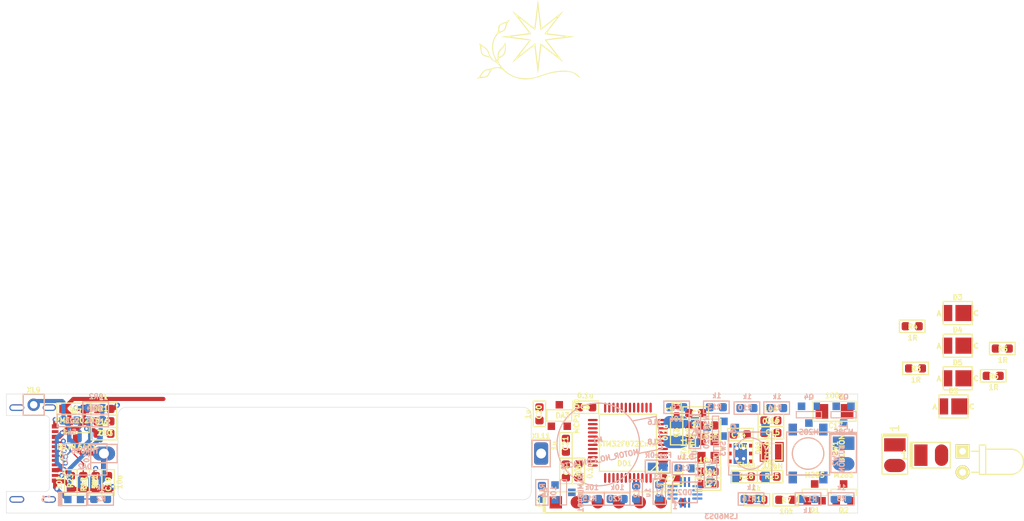
<source format=kicad_pcb>
(kicad_pcb (version 20221018) (generator pcbnew)
  (layers (0 "F.Cu" signal) (1 "In1.Cu" signal) (2 "In2.Cu" signal) (31 "B.Cu" signal) (36 "B.SilkS" user "B.Silkscreen") (37 "F.SilkS" user "F.Silkscreen") (38 "B.Mask" user) (39 "F.Mask" user) (44 "Edge.Cuts" user))
  (net 0 "")
  (net 1 "Net-(DD1-OSCIN)")
  (net 2 "GND")
  (net 3 "Net-(DD1-VDDA)")
  (net 4 "+PwrMCU")
  (net 5 "Net-(C8-Pad1)")
  (net 6 "+PwrCtrled")
  (net 7 "/ACC_PWR")
  (net 8 "/ADC_BAT")
  (net 9 "Net-(C13-Pad1)")
  (net 10 "+PwrUnst")
  (net 11 "/+5V_MID")
  (net 12 "+BATT")
  (net 13 "Net-(D1-PadA)")
  (net 14 "Net-(D1-PadC)")
  (net 15 "Net-(D2-PadC)")
  (net 16 "Net-(D3-PadC)")
  (net 17 "Net-(D4-PadC)")
  (net 18 "Net-(D5-PadC)")
  (net 19 "Net-(D6-PadA)")
  (net 20 "/VIBRO_OUT")
  (net 21 "+5vUSB")
  (net 22 "Net-(DA1-Vfb)")
  (net 23 "Net-(DA1-SW)")
  (net 24 "/LED_PWR_EN")
  (net 25 "Net-(DA2-PROG)")
  (net 27 "/IS_CHARGING")
  (net 28 "/BTN3")
  (net 30 "Net-(DD1-OSCOUT)")
  (net 31 "/MCU_RST")
  (net 32 "/BTN1")
  (net 33 "/BTN2")
  (net 35 "/IR_LED_DAC")
  (net 36 "/GREEN_IN")
  (net 37 "/ACC_MISO")
  (net 38 "/ACC_MOSI")
  (net 39 "/WHITE_IN")
  (net 40 "/VIBRO_CTRL")
  (net 45 "/ACC_INT1")
  (net 46 "/BAT_MEAS_EN")
  (net 47 "/UART_TX")
  (net 48 "/UART_RX")
  (net 49 "/USB_D-")
  (net 50 "/USB_D+")
  (net 51 "/SWDIO")
  (net 52 "/SWCLK")
  (net 53 "/ACC_CS")
  (net 54 "/ACC_SCK")
  (net 55 "/SYS_LED")
  (net 56 "Net-(DD1-PB5)")
  (net 64 "Net-(Q1-B)")
  (net 65 "/IR_INTERM")
  (net 66 "/IR_TX_OUT")
  (net 67 "Net-(Q3-B)")
  (net 68 "/GREEN_OUT")
  (net 69 "Net-(Q4-B)")
  (net 70 "/WHITE_OUT")
  (net 71 "Net-(Q5-D)")
  (net 72 "Net-(Q6-B)")
  (net 73 "Net-(R3-Pad2)")
  (net 74 "Net-(R5-Pad2)")
  (net 75 "/USB_CC1_IN")
  (net 76 "/USB_CC2_IN")
  (footprint "Capacitors:CAP_0603_Silks" (layer "F.Cu") (at 171.7 101.2 -90)
    (fp_text reference "C21")
    (fp_text value "1u")
  )
  (footprint "Capacitors:CAP_0603_Silks" (layer "F.Cu") (at 173.2 104.3 90)
    (fp_text reference "C6")
    (fp_text value "0.1u")
  )
  (footprint "Capacitors:CAP_0603_Silks" (layer "F.Cu") (at 196.5 98.2 180)
    (fp_text reference "C16")
    (fp_text value "10u")
  )
  (footprint "LEDs:LED_PLCC2835" (layer "F.Cu") (at 218.6 96.5)
    (fp_text reference "D2")
    (fp_text value "2835" hide)
  )
  (footprint "QFN_DFN:DFN6_3x3" (layer "F.Cu") (at 192.8 102.2 180)
    (fp_text reference "DA1")
    (fp_text value "ST1S06")
  )
  (footprint "Resistors:RES_0603_Silks" (layer "F.Cu") (at 115.8 98.3)
    (fp_text reference "R19")
    (fp_text value "2R0")
  )
  (footprint "Capacitors:CAP_0603_Silks" (layer "F.Cu") (at 192.8 99.9)
    (fp_text reference "C14")
    (fp_text value "10u")
  )
  (footprint "Resistors:RES_0603_Silks" (layer "F.Cu") (at 111.8 105.7 -90)
    (fp_text reference "R23")
    (fp_text value "10k")
  )
  (footprint "Diodes:SOD323" (layer "F.Cu") (at 112.2 96.8)
    (fp_text reference "D8")
    (fp_text value "PMEG2020")
  )
  (footprint "Resistors:RES_0603_Silks" (layer "F.Cu") (at 188.9 105.9 180)
    (fp_text reference "R27")
    (fp_text value "100k")
  )
  (footprint "Inductors:IND_SRN2512" (layer "F.Cu") (at 196.6 102)
    (fp_text reference "L2")
    (fp_text value "2.2uH")
  )
  (footprint "Resistors:RES_0603_Silks" (layer "F.Cu") (at 223.4 92.8)
    (fp_text reference "R6")
    (fp_text value "1R")
  )
  (footprint "Pictures:Ostranna_12d7_10d1" (layer "F.Cu") (at 167.128897 52.115602)
    (fp_text reference "Logo1" hide)
    (fp_text value "Logo" hide)
  )
  (footprint "Connectors:PLS-1Rnd" (layer "F.Cu") (at 107.3 96.3)
    (fp_text reference "XL9")
    (fp_text value "CONN_1" hide)
  )
  (footprint "Connectors:PLS-1Rect" (layer "F.Cu") (at 168.7 102.2)
    (fp_text reference "XL11")
    (fp_text value "CONN_1" hide)
  )
  (footprint "SOT:SOT23-3" (layer "F.Cu") (at 112.5 99.3)
    (fp_text reference "Q7")
    (fp_text value "IRLML6401")
  )
  (footprint "Resistors:RES_0603_Silks" (layer "F.Cu") (at 193.3 105 180)
    (fp_text reference "R28")
    (fp_text value "5k6")
  )
  (footprint "Capacitors:CAP_0603_Silks" (layer "F.Cu") (at 196.5 99.7 180)
    (fp_text reference "C15")
    (fp_text value "0.1u")
  )
  (footprint "Capacitors:CAP_0603_Silks" (layer "F.Cu") (at 188.9 104.4 180)
    (fp_text reference "C1")
    (fp_text value "18pF")
  )
  (footprint "Resistors:RES_0603_Silks" (layer "F.Cu") (at 224.5 89.5)
    (fp_text reference "R5")
    (fp_text value "1R")
  )
  (footprint "Quartz:03225C4" (layer "F.Cu") (at 188.9 101.6 90)
    (fp_text reference "XTAL1")
    (fp_text value "12MHz")
  )
  (footprint "Resistors:RES_0603_Silks" (layer "F.Cu") (at 194.8 107.8 180)
    (fp_text reference "R18")
    (fp_text value "1k")
  )
  (footprint "Capacitors:CAP_0603_Silks" (layer "F.Cu") (at 174.1 96.6 180)
    (fp_text reference "C5")
    (fp_text value "0.1u")
  )
  (footprint "SOT:SOT23-3A" (layer "F.Cu") (at 170.9 97.6 180)
    (fp_text reference "DA3")
    (fp_text value "MCP1700")
  )
  (footprint "Capacitors:CAP_0603_Silks" (layer "F.Cu") (at 116.3 105.7 90)
    (fp_text reference "C19")
    (fp_text value "10u")
  )
  (footprint "Resistors:RES_0603_Silks" (layer "F.Cu") (at 214 91.9)
    (fp_text reference "R3")
    (fp_text value "1R")
  )
  (footprint "Resistors:RES_0603_Silks" (layer "F.Cu") (at 198.3 107.8)
    (fp_text reference "R7")
    (fp_text value "10k")
  )
  (footprint "LEDs:LED_Through-Hole-3mm-Angle" (layer "F.Cu") (at 219.6986 103.2 -90)
    (fp_text reference "D1" hide)
    (fp_text value "TSAL6200" hide)
  )
  (footprint "Resistors:RES_0603_Silks" (layer "F.Cu") (at 115.8 96.8 180)
    (fp_text reference "R1")
    (fp_text value "1k")
  )
  (footprint "Connectors:SLD_2_2D5_SMD" (layer "F.Cu") (at 205.3 102.2 -90)
    (fp_text reference "XL2" hide)
    (fp_text value "SOCKET_2" hide)
  )
  (footprint "Connectors:USBC_16PF-076" (layer "F.Cu") (at 109.2 102.2 -90)
    (fp_text reference "XL7")
    (fp_text value "16PF-076" hide)
  )
  (footprint "Resistors:RES_0603_Silks" (layer "F.Cu") (at 114.8 105.7 -90)
    (fp_text reference "R21")
    (fp_text value "5k1")
  )
  (footprint "Connectors:PLS-6-NoHole" (layer "F.Cu") (at 170.477 108.1)
    (fp_text reference "XL1" hide)
    (fp_text value "SOCKET_6" hide)
  )
  (footprint "LEDs:LED_PLCC2835" (layer "F.Cu") (at 219.1 89.15)
    (fp_text reference "D4")
    (fp_text value "2835" hide)
  )
  (footprint "Capacitors:CAP_0603_Silks" (layer "F.Cu") (at 185.1 99.6 -90)
    (fp_text reference "C3")
    (fp_text value "0.1u")
  )
  (footprint "Resistors:RES_0603_Silks" (layer "F.Cu") (at 113.3 105.7 90)
    (fp_text reference "R12")
    (fp_text value "5k1")
  )
  (footprint "Capacitors:CAP_0603_Silks" (layer "F.Cu") (at 184.3 105.2)
    (fp_text reference "C7")
    (fp_text value "0.1u")
  )
  (footprint "PCB:TESTPOINT_1MM" (layer "F.Cu") (at 185.8 108.1)
    (fp_text reference "TP1" hide)
    (fp_text value "TESTPOINT" hide)
  )
  (footprint "SOT:SOT23-3" (layer "F.Cu") (at 201.8 106.9 180)
    (fp_text reference "Q1")
    (fp_text value "M28S")
  )
  (footprint "LEDs:LED_PLCC2835" (layer "F.Cu") (at 219.1 85.2)
    (fp_text reference "D3")
    (fp_text value "2835" hide)
  )
  (footprint "Connectors:SLD_2_2D5_SMD" (layer "F.Cu") (at 215.9 102.4)
    (fp_text reference "XL5" hide)
    (fp_text value "SOCKET_2" hide)
  )
  (footprint "Capacitors:CAP_0603_Silks" (layer "F.Cu") (at 171.7 104.3 90)
    (fp_text reference "C4")
    (fp_text value "10u")
  )
  (footprint "Connectors:SLD_2_2D5_SMD" (layer "F.Cu") (at 211.5 102.4 -90)
    (fp_text reference "XL3" hide)
    (fp_text value "SOCKET_2" hide)
  )
  (footprint "BtnsSwitches:BTN_4x4_SMD" (layer "F.Cu") (at 201 102.2 90)
    (fp_text reference "SW1")
    (fp_text value "BUTTON")
  )
  (footprint "SOT:SOT23-3" (layer "F.Cu") (at 205.3 106.9 180)
    (fp_text reference "Q2")
    (fp_text value "M28S")
  )
  (footprint "Inductors:IND_0402_Fab" (layer "F.Cu") (at 185.1 97 90)
    (fp_text reference "L1")
    (fp_text value "BLM15AG102")
  )
  (footprint "Capacitors:CAP_0603_Silks" (layer "F.Cu") (at 187.4 97.3)
    (fp_text reference "C2")
    (fp_text value "1u")
  )
  (footprint "Resistors:RES_0603_Silks" (layer "F.Cu") (at 213.6 86.8)
    (fp_text reference "R4")
    (fp_text value "1R")
  )
  (footprint "Resistors:RES_0603_Silks" (layer "F.Cu") (at 186.6 99.6 -90)
    (fp_text reference "R9")
    (fp_text value "1k")
  )
  (footprint "Capacitors:CAP_0603_Silks" (layer "F.Cu") (at 168.5 97.4 -90)
    (fp_text reference "C20")
    (fp_text value "1u")
  )
  (footprint "Capacitors:CAP_1206" (layer "F.Cu") (at 204.2 97.1 180)
    (fp_text reference "C17")
    (fp_text value "100u")
  )
  (footprint "LQFP_TQFP:LQFP48" (layer "F.Cu") (at 179.2 100.9 180)
    (fp_text reference "DD1")
    (fp_text value "STM32F072CxTx")
  )
  (footprint "Capacitors:CAP_0603_Silks" (layer "F.Cu") (at 115.8 99.8 180)
    (fp_text reference "C13")
    (fp_text value "2u2")
  )
  (footprint "Capacitors:CAP_0603_Silks" (layer "F.Cu") (at 188.9 98.8)
    (fp_text reference "C8")
    (fp_text value "18pF")
  )
  (footprint "LEDs:LED_PLCC2835" (layer "F.Cu") (at 219.1 93.1)
    (fp_text reference "D5")
    (fp_text value "2835" hide)
  )
  (footprint "Resistors:RES_0603_Silks" (layer "F.Cu") (at 196.4 105 180)
    (fp_text reference "R25")
    (fp_text value "18k")
  )
  (footprint "Capacitors:CAP_0603_Silks" (layer "B.Cu") (at 189.2 104.8 90)
    (fp_text reference "C10")
    (fp_text value "0.1u")
  )
  (footprint "Diodes:SOD323" (layer "B.Cu") (at 187.3 99.6 -90)
    (fp_text reference "D7")
    (fp_text value "NSR0320")
  )
  (footprint "Connectors:PLS-1Oval" (layer "B.Cu") (at 115.8 102.2 -90)
    (fp_text reference "XL10")
    (fp_text value "CONN_1" hide)
  )
  (footprint "Resistors:RES_0603_Silks" (layer "B.Cu") (at 205 107.7)
    (fp_text reference "R8")
    (fp_text value "1k")
  )
  (footprint "Connectors:SLD_2_2D5_SMD" (layer "B.Cu") (at 205.3 102.2 -90)
    (fp_text reference "XL4" hide)
    (fp_text value "SOCKET_2" hide)
  )
  (footprint "LGA:14_3x2d5_p0d5" (layer "B.Cu") (at 186.1 106.9)
    (fp_text reference "DD2")
    (fp_text value "LSM6DS3")
  )
  (footprint "Resistors:RES_0603_Silks" (layer "B.Cu") (at 194.1 107.7)
    (fp_text reference "R16")
    (fp_text value "1k")
  )
  (footprint "Resistors:RES_0603_Silks" (layer "B.Cu") (at 201 107.7 180)
    (fp_text reference "R17")
    (fp_text value "1k")
  )
  (footprint "PCB:Oval3x1.5" (layer "B.Cu") (at 185 100.8 180)
    (fp_text reference "XL8")
    (fp_text value "CONN_1" hide)
  )
  (footprint "Capacitors:CAP_0603_Silks" (layer "B.Cu") (at 180.2 106.9 -90)
    (fp_text reference "C12")
    (fp_text value "1u")
  )
  (footprint "Resistors:RES_0603_Silks" (layer "B.Cu") (at 114.8 96.7)
    (fp_text reference "R24")
    (fp_text value "0R2")
  )
  (footprint "SOT:SOT23-3" (layer "B.Cu") (at 189.8 99.2 90)
    (fp_text reference "Q6")
    (fp_text value "M28S")
  )
  (footprint "SO_DIL_TSSOP:SO8_150MIL" (layer "B.Cu") (at 113.5 102.9)
    (fp_text reference "DA2")
    (fp_text value "TP4056")
  )
  (footprint "Resistors:RES_0603_Silks" (layer "B.Cu") (at 174.8 107.7)
    (fp_text reference "R15")
    (fp_text value "10k")
  )
  (footprint "Resistors:RES_0603_Silks" (layer "B.Cu") (at 193.6 96.7)
    (fp_text reference "R10")
    (fp_text value "1k")
  )
  (footprint "BtnsSwitches:BTN_4x4_SMD" (layer "B.Cu") (at 194 102.2 90)
    (fp_text reference "SW3")
    (fp_text value "BUTTON")
  )
  (footprint "Resistors:RES_0603_FUSE" (layer "B.Cu") (at 182.8 103.8)
    (fp_text reference "F1")
    (fp_text value "Fuse0R")
  )
  (footprint "BtnsSwitches:BTN_4x4_SMD" (layer "B.Cu") (at 201 102.2 -90)
    (fp_text reference "SW2")
    (fp_text value "BUTTON")
  )
  (footprint "Resistors:RES_0603_Silks" (layer "B.Cu") (at 177.9 107.7)
    (fp_text reference "R20")
    (fp_text value "10k")
  )
  (footprint "Capacitors:CAP_0603_Silks" (layer "B.Cu") (at 186.1 104)
    (fp_text reference "C11")
    (fp_text value "0.1u")
  )
  (footprint "Resistors:RES_0603_Silks" (layer "B.Cu") (at 183 106.8 -90)
    (fp_text reference "R22")
    (fp_text value "10k")
  )
  (footprint "Resistors:RES_0603_Silks" (layer "B.Cu") (at 189.9 96.6)
    (fp_text reference "R13")
    (fp_text value "1k")
  )
  (footprint "LEDs:LED_0603" (layer "B.Cu") (at 112.2 107.7 180)
    (fp_text reference "D6")
    (fp_text value "LED" hide)
  )
  (footprint "Capacitors:CAP_0603_Silks" (layer "B.Cu") (at 114.8 98.2)
    (fp_text reference "C18")
    (fp_text value "10u")
  )
  (footprint "Resistors:RES_0603_Silks" (layer "B.Cu") (at 115.4 107.7)
    (fp_text reference "R2")
    (fp_text value "1k")
  )
  (footprint "PCB:Oval3x1.5" (layer "B.Cu") (at 185 98.4 180)
    (fp_text reference "XL6")
    (fp_text value "CONN_1" hide)
  )
  (footprint "Resistors:RES_0603_Silks" (layer "B.Cu") (at 111.7 98.2 180)
    (fp_text reference "R26")
    (fp_text value "5k1")
  )
  (footprint "SOT:SOT23-3" (layer "B.Cu") (at 201.1 97.5 180)
    (fp_text reference "Q4")
    (fp_text value "M28S")
  )
  (footprint "SOT:SOT23-3" (layer "B.Cu") (at 171.4 106.9 -90)
    (fp_text reference "Q5")
    (fp_text value "IRLML6401")
  )
  (footprint "Resistors:RES_0603_Silks" (layer "B.Cu") (at 168.8 106.9 -90)
    (fp_text reference "R14")
    (fp_text value "10k")
  )
  (footprint "Capacitors:CAP_0603_Silks" (layer "B.Cu") (at 185.1 96.6 180)
    (fp_text reference "C9")
    (fp_text value "10u")
  )
  (footprint "SOT:SOT23-3" (layer "B.Cu") (at 205.3 97.5 180)
    (fp_text reference "Q3")
    (fp_text value "M28S")
  )
  (footprint "Resistors:RES_0603_Silks" (layer "B.Cu") (at 197.2 96.7)
    (fp_text reference "R11")
    (fp_text value "1k")
  )
  (footprint "Installation:Motor_no_Contacts10mm" (layer "B.Cu") (at 175.618959 101.1 11)
    (fp_text reference "M1")
    (fp_text value "MOTOR_NO_CONTACTS")
  )
  (gr_line (start 108.7 106.8) (end 104 106.8) (stroke (width 0.05)) (layer "Edge.Cuts"))
  (gr_line (start 207 95) (end 207 109.4) (stroke (width 0.05)) (layer "Edge.Cuts"))
  (gr_line (start 166.5 96.6) (end 118.5 96.6) (stroke (width 0.05)) (layer "Edge.Cuts"))
  (gr_arc (start 118.5 107.8) (mid 117.792893 107.507107) (end 117.5 106.8) (stroke (width 0.05)) (layer "Edge.Cuts"))
  (gr_arc (start 166.5 96.6) (mid 167.207107 96.892893) (end 167.5 97.6) (stroke (width 0.05)) (layer "Edge.Cuts"))
  (gr_line (start 207 109.4) (end 104 109.4) (stroke (width 0.05)) (layer "Edge.Cuts"))
  (gr_line (start 108.7 97.6) (end 104 97.6) (stroke (width 0.05)) (layer "Edge.Cuts"))
  (gr_line (start 104 97.6) (end 104 95) (stroke (width 0.05)) (layer "Edge.Cuts"))
  (gr_line (start 104 109.4) (end 104 106.8) (stroke (width 0.05)) (layer "Edge.Cuts"))
  (gr_line (start 117.5 97.6) (end 117.5 106.8) (stroke (width 0.05)) (layer "Edge.Cuts"))
  (gr_line (start 104 95) (end 207 95) (stroke (width 0.05)) (layer "Edge.Cuts"))
  (gr_arc (start 167.5 106.8) (mid 167.207107 107.507107) (end 166.5 107.8) (stroke (width 0.05)) (layer "Edge.Cuts"))
  (gr_line (start 167.5 106.8) (end 167.5 97.6) (stroke (width 0.05)) (layer "Edge.Cuts"))
  (gr_line (start 118.5 107.8) (end 166.5 107.8) (stroke (width 0.05)) (layer "Edge.Cuts"))
  (gr_arc (start 108.7 97.6) (mid 109.053553 97.746447) (end 109.2 98.1) (stroke (width 0.05)) (layer "Edge.Cuts"))
  (gr_arc (start 117.5 97.6) (mid 117.792893 96.892893) (end 118.5 96.6) (stroke (width 0.05)) (layer "Edge.Cuts"))
  (gr_line (start 109.2 106.3) (end 109.2 98.1) (stroke (width 0.05)) (layer "Edge.Cuts"))
  (gr_arc (start 109.2 106.3) (mid 109.053553 106.653553) (end 108.7 106.8) (stroke (width 0.05)) (layer "Edge.Cuts"))
  (segment (start 114.3412 99.1412) (end 113.7 99.1412) (width 0.5) (layer "F.Cu") (net 2))
  (segment (start 116.5 106.5) (end 112 106.5) (width 0.5) (layer "F.Cu") (net 2))
  (segment (start 109.9 105.48) (end 109.987533 105.567533) (width 0.5) (layer "F.Cu") (net 2))
  (segment (start 116.9 106.4) (end 116.8505 106.3505) (width 0.5) (layer "F.Cu") (net 2))
  (segment (start 116.5 106.5) (end 116.8 106.5) (width 0.5) (layer "F.Cu") (net 2))
  (segment (start 109.9 98.1) (end 109.9 98.8) (width 0.5) (layer "F.Cu") (net 2))
  (segment (start 113.7 99.190702) (end 113.7 99.1412) (width 0.5) (layer "F.Cu") (net 2))
  (segment (start 111.065972 105.567533) (end 111.14922 105.650781) (width 0.5) (layer "F.Cu") (net 2))
  (segment (start 109.9 105.48) (end 109.9 106.3) (width 0.5) (layer "F.Cu") (net 2))
  (segment (start 109.987533 105.567533) (end 111.065972 105.567533) (width 0.5) (layer "F.Cu") (net 2))
  (segment (start 109.9 98.8) (end 110 98.9) (width 0.5) (layer "F.Cu") (net 2))
  (segment (start 116.8 106.5) (end 116.9 106.4) (width 0.5) (layer "F.Cu") (net 2))
  (segment (start 109.9 106.3) (end 110.1 106.5) (width 0.5) (layer "F.Cu") (net 2))
  (segment (start 115 99.8) (end 114.3412 99.1412) (width 0.5) (layer "F.Cu") (net 2))
  (segment (start 112 106.5) (end 111.1 105.6) (width 0.5) (layer "F.Cu") (net 2))
  (segment (start 116.8505 106.3505) (end 116.8505 106.2) (width 0.5) (layer "F.Cu") (net 2))
  (via (at 109.9 98.1) (size 0.6) (drill 0.3) (layers "F.Cu" "B.Cu") (net 2))
  (via (at 113.7 99.190702) (size 0.6) (drill 0.3) (layers "F.Cu" "B.Cu") (net 2))
  (via (at 116.8505 106.2) (size 0.6) (drill 0.3) (layers "F.Cu" "B.Cu") (net 2))
  (via (at 110.1 106.5) (size 0.6) (drill 0.3) (layers "F.Cu" "B.Cu") (net 2))
  (segment (start 114.135 98.435) (end 114 98.3) (width 0.5) (layer "B.Cu") (net 2))
  (segment (start 111.595 100.395) (end 112.45657 101.25657) (width 0.5) (layer "B.Cu") (net 2))
  (segment (start 110.8 98.1) (end 109.9 98.1) (width 0.5) (layer "B.Cu") (net 2))
  (segment (start 111.595 100.106) (end 111.595 100.395) (width 0.5) (layer "B.Cu") (net 2))
  (segment (start 113.8 99.090702) (end 113.7 99.190702) (width 0.5) (layer "B.Cu") (net 2))
  (segment (start 114.135 100.106) (end 114.135 99) (width 0.5) (layer "B.Cu") (net 2))
  (segment (start 110.9 98.2) (end 110.8 98.1) (width 0.5) (layer "B.Cu") (net 2))
  (segment (start 107.75 95.85) (end 107.4 96.2) (width 0.5) (layer "B.Cu") (net 2))
  (segment (start 114.135 99) (end 114.135 98.435) (width 0.5) (layer "B.Cu") (net 2))
  (segment (start 110.75 95.85) (end 107.75 95.85) (width 0.5) (layer "B.Cu") (net 2))
  (segment (start 111.438 107.7) (end 111.3 107.7) (width 0.5) (layer "B.Cu") (net 2))
  (segment (start 111.595 100.106) (end 111.595 98.895) (width 0.5) (layer "B.Cu") (net 2))
  (segment (start 110.9 98.2) (end 110.9 96) (width 0.5) (layer "B.Cu") (net 2))
  (segment (start 111.595 98.895) (end 110.9 98.2) (width 0.5) (layer "B.Cu") (net 2))
  (segment (start 114.135 99) (end 113.8 99) (width 0.5) (layer "B.Cu") (net 2))
  (segment (start 113.8 99) (end 113.8 99.090702) (width 0.5) (layer "B.Cu") (net 2))
  (segment (start 110.9 96) (end 110.75 95.85) (width 0.5) (layer "B.Cu") (net 2))
  (segment (start 112.45657 101.25657) (end 113.44343 101.25657) (width 0.5) (layer "B.Cu") (net 2))
  (segment (start 113.44343 101.25657) (end 114.1 100.6) (width 0.5) (layer "B.Cu") (net 2))
  (segment (start 111.3 107.7) (end 110.1 106.5) (width 0.5) (layer "B.Cu") (net 2))
  (segment (start 112.09952 95.6) (end 123 95.6) (width 0.5) (layer "F.Cu") (net 10))
  (segment (start 110.89952 96.8) (end 112.09952 95.6) (width 0.5) (layer "F.Cu") (net 10))
  (segment (start 111.611 97.411) (end 111.1 96.9) (width 0.5) (layer "F.Cu") (net 10))
  (segment (start 111.611 98.284) (end 111.611 97.411) (width 0.5) (layer "F.Cu") (net 10))
  (segment (start 111.595 105.694) (end 111.5995 105.6895) (width 0.5) (layer "B.Cu") (net 11))
  (segment (start 111.5995 104.454556) (end 111.634688 104.419368) (width 0.5) (layer "B.Cu") (net 11))
  (segment (start 111.634688 104.065312) (end 115.3 100.4) (width 0.5) (layer "B.Cu") (net 11))
  (segment (start 111.5995 105.6895) (end 111.5995 104.454556) (width 0.5) (layer "B.Cu") (net 11))
  (segment (start 115.405 100.106) (end 115.405 98.395) (width 0.5) (layer "B.Cu") (net 11))
  (segment (start 111.634688 104.419368) (end 111.634688 104.065312) (width 0.5) (layer "B.Cu") (net 11))
  (segment (start 115.6 98.2) (end 115.6 96.7) (width 0.5) (layer "B.Cu") (net 11))
  (segment (start 115.405 98.395) (end 115.6 98.2) (width 0.5) (layer "B.Cu") (net 11))
  (segment (start 115.8 102.2) (end 113.128954 102.2) (width 0.5) (layer "F.Cu") (net 12))
  (segment (start 115.7 104.9) (end 115.7 102.3) (width 0.5) (layer "F.Cu") (net 12))
  (segment (start 112.5 101.571046) (end 112.5 100.4) (width 0.5) (layer "F.Cu") (net 12))
  (segment (start 115.7 102.3) (end 115.8 102.2) (width 0.5) (layer "F.Cu") (net 12))
  (segment (start 113.128954 102.2) (end 112.5 101.571046) (width 0.5) (layer "F.Cu") (net 12))
  (segment (start 115.405 105.694) (end 115.8 105.299) (width 0.5) (layer "B.Cu") (net 12))
  (segment (start 115.8 105.299) (end 115.8 102.1) (width 0.5) (layer "B.Cu") (net 12))
  (segment (start 112.962 107.7) (end 114.6 107.7) (width 0.15) (layer "B.Cu") (net 19))
  (segment (start 111.8 104.9) (end 111.029625 104.129625) (width 0.5) (layer "F.Cu") (net 21))
  (segment (start 113.389 98.284) (end 113.389 96.911) (width 0.5) (layer "F.Cu") (net 21))
  (segment (start 112.6 99.2) (end 113.4 98.4) (width 0.5) (layer "F.Cu") (net 21))
  (segment (start 111.029625 104.129625) (end 110.935188 104.129625) (width 0.5) (layer "F.Cu") (net 21))
  (segment (start 110.7 104.15) (end 110.712215 104.137785) (width 0.5) (layer "F.Cu") (net 21))
  (segment (start 112.5 96.8) (end 112.4 96.7) (width 0.5) (layer "F.Cu") (net 21))
  (segment (start 115 96.8) (end 115 96.7) (width 0.15) (layer "F.Cu") (net 21))
  (segment (start 109.9 104.21) (end 110.200757 104.21) (width 0.5) (layer "F.Cu") (net 21))
  (segment (start 111.402255 99.2) (end 112.6 99.2) (width 0.5) (layer "F.Cu") (net 21))
  (segment (start 110.927028 104.137785) (end 110.935188 104.129625) (width 0.5) (layer "F.Cu") (net 21))
  (segment (start 110.8 99.7) (end 111.2 99.3) (width 0.5) (layer "F.Cu") (net 21))
  (segment (start 110.260757 104.15) (end 110.7 104.15) (width 0.5) (layer "F.Cu") (net 21))
  (segment (start 113.389 96.911) (end 113.4 96.9) (width 0.5) (layer "F.Cu") (net 21))
  (segment (start 109.9 100.19) (end 110.412255 100.19) (width 0.5) (layer "F.Cu") (net 21))
  (segment (start 110.712215 104.137785) (end 110.927028 104.137785) (width 0.5) (layer "F.Cu") (net 21))
  (segment (start 110.412255 100.19) (end 111.402255 99.2) (width 0.5) (layer "F.Cu") (net 21))
  (segment (start 110.749502 99.7) (end 110.8 99.7) (width 0.5) (layer "F.Cu") (net 21))
  (segment (start 113.50048 96.8) (end 112.5 96.8) (width 0.5) (layer "F.Cu") (net 21))
  (segment (start 113.50048 96.8) (end 114.525 96.8) (width 0.5) (layer "F.Cu") (net 21))
  (segment (start 110.200757 104.21) (end 110.260757 104.15) (width 0.5) (layer "F.Cu") (net 21))
  (via (at 112.4 96.7) (size 0.6) (drill 0.3) (layers "F.Cu" "B.Cu") (net 21))
  (via (at 110.935188 104.129625) (size 0.6) (drill 0.3) (layers "F.Cu" "B.Cu") (net 21))
  (via (at 110.749502 99.7) (size 0.6) (drill 0.3) (layers "F.Cu" "B.Cu") (net 21))
  (segment (start 110.099002 100.300998) (end 110.099002 103.293439) (width 0.5) (layer "B.Cu") (net 21))
  (segment (start 110.099002 103.293439) (end 110.935188 104.129625) (width 0.5) (layer "B.Cu") (net 21))
  (segment (start 114 96.7) (end 112.4 96.7) (width 0.5) (layer "B.Cu") (net 21))
  (segment (start 110.7 99.7) (end 110.099002 100.300998) (width 0.5) (layer "B.Cu") (net 21))
  (segment (start 110.749502 99.7) (end 110.7 99.7) (width 0.5) (layer "B.Cu") (net 21))
  (segment (start 112.865 100.106) (end 112.865 98.565) (width 0.15) (layer "B.Cu") (net 25))
  (segment (start 112.865 98.565) (end 112.6 98.3) (width 0.15) (layer "B.Cu") (net 25))
  (segment (start 111.046919 102.475) (end 111.159682 102.587763) (width 0.2) (layer "F.Cu") (net 49))
  (segment (start 110.725 100.825) (end 110.85 100.7) (width 0.2) (layer "F.Cu") (net 49))
  (segment (start 109.9 102.475) (end 111.046919 102.475) (width 0.2) (layer "F.Cu") (net 49))
  (segment (start 109.9 100.825) (end 110.725 100.825) (width 0.2) (layer "F.Cu") (net 49))
  (segment (start 110.85 100.7) (end 110.891498 100.7) (width 0.2) (layer "F.Cu") (net 49))
  (via (at 110.891498 100.7) (size 0.6) (drill 0.3) (layers "F.Cu" "B.Cu") (net 49))
  (via (at 111.159682 102.587763) (size 0.6) (drill 0.3) (layers "F.Cu" "B.Cu") (net 49))
  (segment (start 110.891498 100.7) (end 110.8 100.7) (width 0.2) (layer "B.Cu") (net 49))
  (segment (start 110.891498 100.907068) (end 111.7 101.71557) (width 0.2) (layer "B.Cu") (net 49))
  (segment (start 110.891498 100.7) (end 110.891498 100.907068) (width 0.2) (layer "B.Cu") (net 49))
  (segment (start 111.7 102) (end 111 102.7) (width 0.2) (layer "B.Cu") (net 49))
  (segment (start 111.7 101.71557) (end 111.7 102) (width 0.2) (layer "B.Cu") (net 49))
  (segment (start 109.9 101.925) (end 110.912662 101.925) (width 0.2) (layer "F.Cu") (net 50))
  (segment (start 110.917475 103.575) (end 111.143641 103.348834) (width 0.2) (layer "F.Cu") (net 50))
  (segment (start 110.912662 101.925) (end 110.97673 101.860932) (width 0.2) (layer "F.Cu") (net 50))
  (segment (start 109.9 103.575) (end 110.917475 103.575) (width 0.2) (layer "F.Cu") (net 50))
  (via (at 111.143641 103.348834) (size 0.6) (drill 0.3) (layers "F.Cu" "B.Cu") (net 50))
  (via (at 110.97673 101.860932) (size 0.6) (drill 0.3) (layers "F.Cu" "B.Cu") (net 50))
  (segment (start 110.9 102) (end 110.598503 102.301497) (width 0.2) (layer "B.Cu") (net 50))
  (segment (start 110.598503 102.803696) (end 111.143641 103.348834) (width 0.2) (layer "B.Cu") (net 50))
  (segment (start 110.598503 102.301497) (end 110.598503 102.803696) (width 0.2) (layer "B.Cu") (net 50))
  (segment (start 117.070659 96.7) (end 117.40144 96.369219) (width 0.5) (layer "F.Cu") (net 56))
  (segment (start 116.6 96.7) (end 117.070659 96.7) (width 0.5) (layer "F.Cu") (net 56))
  (via (at 117.40144 96.369219) (size 0.6) (drill 0.3) (layers "F.Cu" "B.Cu") (net 56))
  (segment (start 117.40144 96.369219) (end 117.430781 96.369219) (width 0.5) (layer "B.Cu") (net 56))
  (segment (start 117.430781 96.369219) (end 117.5 96.3) (width 0.5) (layer "B.Cu") (net 56))
  (segment (start 111.232554 101.375) (end 111.193986 101.336432) (width 0.15) (layer "F.Cu") (net 75))
  (segment (start 111.193986 101.336432) (end 110.759474 101.336432) (width 0.15) (layer "F.Cu") (net 75))
  (segment (start 110.759474 101.336432) (end 110.720906 101.375) (width 0.15) (layer "F.Cu") (net 75))
  (segment (start 110.720906 101.375) (end 109.9 101.375) (width 0.15) (layer "F.Cu") (net 75))
  (segment (start 113.3 104.9) (end 113.3 103.4) (width 0.15) (layer "F.Cu") (net 75))
  (segment (start 111.275 101.375) (end 111.232554 101.375) (width 0.15) (layer "F.Cu") (net 75))
  (segment (start 113.3 103.4) (end 111.275 101.375) (width 0.15) (layer "F.Cu") (net 75))
  (segment (start 114.6 104.2) (end 114.6 104.9) (width 0.15) (layer "F.Cu") (net 76))
  (segment (start 110.681967 104.85) (end 110.7 104.868033) (width 0.15) (layer "F.Cu") (net 76))
  (segment (start 114.8 104) (end 114.6 104.2) (width 0.15) (layer "F.Cu") (net 76))
  (segment (start 109.8 104.8) (end 109.8245 104.8245) (width 0.15) (layer "F.Cu") (net 76))
  (segment (start 109.9 104.85) (end 110.681967 104.85) (width 0.15) (layer "F.Cu") (net 76))
  (segment (start 114.6755 104.8245) (end 114.7 104.8) (width 0.15) (layer "F.Cu") (net 76))
  (via (at 114.8 104) (size 0.6) (drill 0.3) (layers "F.Cu" "B.Cu") (net 76))
  (via (at 110.7 104.868033) (size 0.6) (drill 0.3) (layers "F.Cu" "B.Cu") (net 76))
)
</source>
